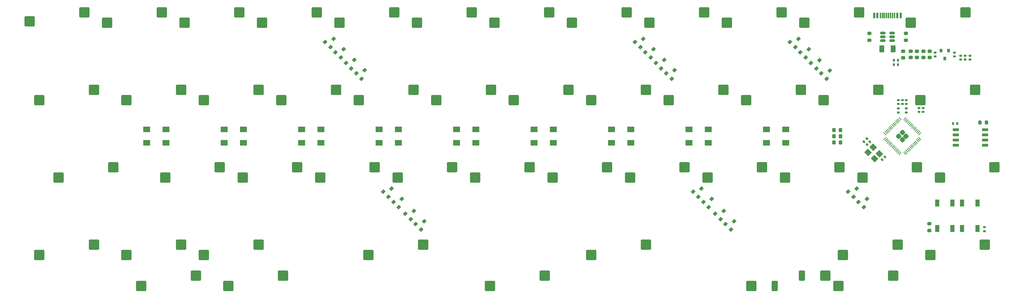
<source format=gbp>
%TF.GenerationSoftware,KiCad,Pcbnew,7.0.8*%
%TF.CreationDate,2023-10-22T18:59:45+02:00*%
%TF.ProjectId,Monorail_Steam_Reduced,4d6f6e6f-7261-4696-9c5f-537465616d5f,rev?*%
%TF.SameCoordinates,Original*%
%TF.FileFunction,Paste,Bot*%
%TF.FilePolarity,Positive*%
%FSLAX46Y46*%
G04 Gerber Fmt 4.6, Leading zero omitted, Abs format (unit mm)*
G04 Created by KiCad (PCBNEW 7.0.8) date 2023-10-22 18:59:45*
%MOMM*%
%LPD*%
G01*
G04 APERTURE LIST*
G04 Aperture macros list*
%AMRoundRect*
0 Rectangle with rounded corners*
0 $1 Rounding radius*
0 $2 $3 $4 $5 $6 $7 $8 $9 X,Y pos of 4 corners*
0 Add a 4 corners polygon primitive as box body*
4,1,4,$2,$3,$4,$5,$6,$7,$8,$9,$2,$3,0*
0 Add four circle primitives for the rounded corners*
1,1,$1+$1,$2,$3*
1,1,$1+$1,$4,$5*
1,1,$1+$1,$6,$7*
1,1,$1+$1,$8,$9*
0 Add four rect primitives between the rounded corners*
20,1,$1+$1,$2,$3,$4,$5,0*
20,1,$1+$1,$4,$5,$6,$7,0*
20,1,$1+$1,$6,$7,$8,$9,0*
20,1,$1+$1,$8,$9,$2,$3,0*%
%AMRotRect*
0 Rectangle, with rotation*
0 The origin of the aperture is its center*
0 $1 length*
0 $2 width*
0 $3 Rotation angle, in degrees counterclockwise*
0 Add horizontal line*
21,1,$1,$2,0,0,$3*%
G04 Aperture macros list end*
%ADD10R,0.600000X1.450000*%
%ADD11R,0.300000X1.450000*%
%ADD12RoundRect,0.250000X1.025000X1.000000X-1.025000X1.000000X-1.025000X-1.000000X1.025000X-1.000000X0*%
%ADD13RoundRect,0.140000X0.170000X-0.140000X0.170000X0.140000X-0.170000X0.140000X-0.170000X-0.140000X0*%
%ADD14RoundRect,0.225000X0.250000X-0.225000X0.250000X0.225000X-0.250000X0.225000X-0.250000X-0.225000X0*%
%ADD15R,1.000000X1.700000*%
%ADD16RoundRect,0.225000X0.225000X0.250000X-0.225000X0.250000X-0.225000X-0.250000X0.225000X-0.250000X0*%
%ADD17RoundRect,0.150000X0.512500X0.150000X-0.512500X0.150000X-0.512500X-0.150000X0.512500X-0.150000X0*%
%ADD18RoundRect,0.250000X0.413257X0.000000X0.000000X0.413257X-0.413257X0.000000X0.000000X-0.413257X0*%
%ADD19RoundRect,0.050000X0.309359X-0.238649X-0.238649X0.309359X-0.309359X0.238649X0.238649X-0.309359X0*%
%ADD20RoundRect,0.050000X0.309359X0.238649X0.238649X0.309359X-0.309359X-0.238649X-0.238649X-0.309359X0*%
%ADD21RoundRect,0.250000X-1.025000X-1.000000X1.025000X-1.000000X1.025000X1.000000X-1.025000X1.000000X0*%
%ADD22RotRect,0.900000X0.800000X45.000000*%
%ADD23RoundRect,0.250000X0.375000X0.625000X-0.375000X0.625000X-0.375000X-0.625000X0.375000X-0.625000X0*%
%ADD24RoundRect,0.140000X-0.170000X0.140000X-0.170000X-0.140000X0.170000X-0.140000X0.170000X0.140000X0*%
%ADD25R,1.800000X1.400000*%
%ADD26RoundRect,0.150000X0.650000X0.150000X-0.650000X0.150000X-0.650000X-0.150000X0.650000X-0.150000X0*%
%ADD27R,0.800000X0.900000*%
%ADD28RoundRect,0.150000X-0.600000X-1.100000X0.600000X-1.100000X0.600000X1.100000X-0.600000X1.100000X0*%
%ADD29RoundRect,0.135000X0.135000X0.185000X-0.135000X0.185000X-0.135000X-0.185000X0.135000X-0.185000X0*%
%ADD30RoundRect,0.200000X-0.275000X0.200000X-0.275000X-0.200000X0.275000X-0.200000X0.275000X0.200000X0*%
%ADD31RoundRect,0.140000X0.021213X-0.219203X0.219203X-0.021213X-0.021213X0.219203X-0.219203X0.021213X0*%
%ADD32RoundRect,0.135000X0.035355X-0.226274X0.226274X-0.035355X-0.035355X0.226274X-0.226274X0.035355X0*%
%ADD33RotRect,1.400000X1.200000X315.000000*%
%ADD34RoundRect,0.135000X-0.185000X0.135000X-0.185000X-0.135000X0.185000X-0.135000X0.185000X0.135000X0*%
%ADD35RoundRect,0.140000X-0.140000X-0.170000X0.140000X-0.170000X0.140000X0.170000X-0.140000X0.170000X0*%
%ADD36RoundRect,0.200000X0.200000X0.275000X-0.200000X0.275000X-0.200000X-0.275000X0.200000X-0.275000X0*%
G04 APERTURE END LIST*
D10*
%TO.C,J6*%
X239222750Y-68772800D03*
X240022750Y-68772800D03*
D11*
X241222750Y-68772800D03*
X242222750Y-68772800D03*
X242722750Y-68772800D03*
X243722750Y-68772800D03*
D10*
X244922750Y-68772800D03*
X245722750Y-68772800D03*
X245722750Y-68772800D03*
X244922750Y-68772800D03*
D11*
X244222750Y-68772800D03*
X243222750Y-68772800D03*
X241722750Y-68772800D03*
X240722750Y-68772800D03*
D10*
X240022750Y-68772800D03*
X239222750Y-68772800D03*
%TD*%
D12*
%TO.C,MX27*%
X188696250Y-89535000D03*
X202146250Y-86995000D03*
%TD*%
%TO.C,MX58*%
X169646250Y-127635000D03*
X183096250Y-125095000D03*
%TD*%
D13*
%TO.C,C21*%
X262763000Y-79588600D03*
X262763000Y-78628600D03*
%TD*%
D12*
%TO.C,MX19*%
X33915000Y-89535000D03*
X47365000Y-86995000D03*
%TD*%
D14*
%TO.C,C15*%
X252850650Y-79108600D03*
X252850650Y-77558600D03*
%TD*%
D13*
%TO.C,C23*%
X261594600Y-79588600D03*
X261594600Y-78628600D03*
%TD*%
D12*
%TO.C,MX20*%
X55346250Y-89535000D03*
X68796250Y-86995000D03*
%TD*%
D15*
%TO.C,SWR1*%
X258490800Y-121183800D03*
X258490800Y-114883800D03*
X254690800Y-121183800D03*
X254690800Y-114883800D03*
%TD*%
D13*
%TO.C,C1*%
X254196850Y-78813600D03*
X254196850Y-77853600D03*
%TD*%
D16*
%TO.C,C18*%
X230899000Y-99949000D03*
X229349000Y-99949000D03*
%TD*%
D17*
%TO.C,U1*%
X243617750Y-73025000D03*
X243617750Y-73975000D03*
X243617750Y-74925000D03*
X241342750Y-74925000D03*
X241342750Y-73975000D03*
X241342750Y-73025000D03*
%TD*%
D18*
%TO.C,U3*%
X246157750Y-99326561D03*
X247059311Y-98425000D03*
X245256189Y-98425000D03*
X246157750Y-97523439D03*
D19*
X250426907Y-99017202D03*
X250144064Y-99300045D03*
X249861222Y-99582887D03*
X249578379Y-99865730D03*
X249295536Y-100148573D03*
X249012694Y-100431415D03*
X248729851Y-100714258D03*
X248447008Y-100997101D03*
X248164165Y-101279944D03*
X247881323Y-101562786D03*
X247598480Y-101845629D03*
X247315637Y-102128472D03*
X247032795Y-102411314D03*
X246749952Y-102694157D03*
D20*
X245565548Y-102694157D03*
X245282705Y-102411314D03*
X244999863Y-102128472D03*
X244717020Y-101845629D03*
X244434177Y-101562786D03*
X244151335Y-101279944D03*
X243868492Y-100997101D03*
X243585649Y-100714258D03*
X243302806Y-100431415D03*
X243019964Y-100148573D03*
X242737121Y-99865730D03*
X242454278Y-99582887D03*
X242171436Y-99300045D03*
X241888593Y-99017202D03*
D19*
X241888593Y-97832798D03*
X242171436Y-97549955D03*
X242454278Y-97267113D03*
X242737121Y-96984270D03*
X243019964Y-96701427D03*
X243302806Y-96418585D03*
X243585649Y-96135742D03*
X243868492Y-95852899D03*
X244151335Y-95570056D03*
X244434177Y-95287214D03*
X244717020Y-95004371D03*
X244999863Y-94721528D03*
X245282705Y-94438686D03*
X245565548Y-94155843D03*
D20*
X246749952Y-94155843D03*
X247032795Y-94438686D03*
X247315637Y-94721528D03*
X247598480Y-95004371D03*
X247881323Y-95287214D03*
X248164165Y-95570056D03*
X248447008Y-95852899D03*
X248729851Y-96135742D03*
X249012694Y-96418585D03*
X249295536Y-96701427D03*
X249578379Y-96984270D03*
X249861222Y-97267113D03*
X250144064Y-97549955D03*
X250426907Y-97832798D03*
%TD*%
D12*
%TO.C,MX29*%
X226796250Y-89535000D03*
X240246250Y-86995000D03*
%TD*%
%TO.C,MX41*%
X236321250Y-108585000D03*
X249771250Y-106045000D03*
%TD*%
%TO.C,MX33*%
X83921250Y-108585000D03*
X97371250Y-106045000D03*
%TD*%
D21*
%TO.C,MX1*%
X243897500Y-132715000D03*
X230447500Y-135255000D03*
%TD*%
D22*
%TO.C,D19*%
X125288245Y-118879258D03*
X123944742Y-117535755D03*
X126030707Y-116793293D03*
%TD*%
D12*
%TO.C,MX28*%
X207746250Y-89535000D03*
X221196250Y-86995000D03*
%TD*%
D23*
%TO.C,F1*%
X243880250Y-76911200D03*
X241080250Y-76911200D03*
%TD*%
D24*
%TO.C,C5*%
X246157750Y-89563000D03*
X246157750Y-90523000D03*
%TD*%
D13*
%TO.C,C2*%
X258921250Y-78813600D03*
X258921250Y-77853600D03*
%TD*%
D22*
%TO.C,D13*%
X186857845Y-81744458D03*
X185514342Y-80400955D03*
X187600307Y-79658493D03*
%TD*%
D25*
%TO.C,D66*%
X98406250Y-100075000D03*
X98406250Y-96775000D03*
X103206250Y-96775000D03*
X103206250Y-100075000D03*
%TD*%
%TO.C,D60*%
X193656250Y-100075000D03*
X193656250Y-96775000D03*
X198456250Y-96775000D03*
X198456250Y-100075000D03*
%TD*%
D22*
%TO.C,D18*%
X227548645Y-84335258D03*
X226205142Y-82991755D03*
X228291107Y-82249293D03*
%TD*%
D26*
%TO.C,U4*%
X266470950Y-96850200D03*
X266470950Y-98120200D03*
X266470950Y-99390200D03*
X266470950Y-100660200D03*
X259270950Y-100660200D03*
X259270950Y-99390200D03*
X259270950Y-98120200D03*
X259270950Y-96850200D03*
%TD*%
D15*
%TO.C,SWR2*%
X260831250Y-114883800D03*
X260831250Y-121183800D03*
X264631250Y-114883800D03*
X264631250Y-121183800D03*
%TD*%
D14*
%TO.C,C16*%
X248202450Y-79108600D03*
X248202450Y-77558600D03*
%TD*%
D25*
%TO.C,D61*%
X174606250Y-100056000D03*
X174606250Y-96756000D03*
X179406250Y-96756000D03*
X179406250Y-100056000D03*
%TD*%
D12*
%TO.C,MX34*%
X102971250Y-108585000D03*
X116421250Y-106045000D03*
%TD*%
D22*
%TO.C,D1*%
X108041645Y-79102858D03*
X106698142Y-77759355D03*
X108784107Y-77016893D03*
%TD*%
D12*
%TO.C,MX45*%
X114877500Y-127635000D03*
X128327500Y-125095000D03*
%TD*%
%TO.C,MX13*%
X145833750Y-70485000D03*
X159283750Y-67945000D03*
%TD*%
D22*
%TO.C,D7*%
X110657845Y-81744458D03*
X109314342Y-80400955D03*
X111400307Y-79658493D03*
%TD*%
D13*
%TO.C,C25*%
X251231400Y-92453400D03*
X251231400Y-91493400D03*
%TD*%
%TO.C,C26*%
X250215400Y-92453400D03*
X250215400Y-91493400D03*
%TD*%
D27*
%TO.C,U2*%
X255634450Y-77333600D03*
X257534450Y-77333600D03*
X256584450Y-79333600D03*
%TD*%
D22*
%TO.C,D10*%
X119801845Y-113392858D03*
X118458342Y-112049355D03*
X120544307Y-111306893D03*
%TD*%
D13*
%TO.C,C3*%
X247142000Y-92580400D03*
X247142000Y-91620400D03*
%TD*%
D28*
%TO.C,MX49*%
X221466250Y-132715000D03*
D21*
X209016250Y-135255000D03*
%TD*%
D25*
%TO.C,D59*%
X212706250Y-100075000D03*
X212706250Y-96775000D03*
X217506250Y-96775000D03*
X217506250Y-100075000D03*
%TD*%
D12*
%TO.C,MX46*%
X33915000Y-127635000D03*
X47365000Y-125095000D03*
%TD*%
%TO.C,MX9*%
X69633750Y-70485000D03*
X83083750Y-67945000D03*
%TD*%
D22*
%TO.C,D17*%
X236692645Y-115932858D03*
X235349142Y-114589355D03*
X237435107Y-113846893D03*
%TD*%
D12*
%TO.C,MX38*%
X179171250Y-108585000D03*
X192621250Y-106045000D03*
%TD*%
D22*
%TO.C,D4*%
X181701645Y-76562858D03*
X180358142Y-75219355D03*
X182444107Y-74476893D03*
%TD*%
D12*
%TO.C,MX26*%
X169646250Y-89535000D03*
X183096250Y-86995000D03*
%TD*%
D29*
%TO.C,R7*%
X245086600Y-79781400D03*
X244066600Y-79781400D03*
%TD*%
%TO.C,R6*%
X245086600Y-80822800D03*
X244066600Y-80822800D03*
%TD*%
D25*
%TO.C,D63*%
X136506250Y-100068600D03*
X136506250Y-96768600D03*
X141306250Y-96768600D03*
X141306250Y-100068600D03*
%TD*%
D22*
%TO.C,D20*%
X127828245Y-121419258D03*
X126484742Y-120075755D03*
X128570707Y-119333293D03*
%TD*%
D12*
%TO.C,MX15*%
X183933750Y-70485000D03*
X197383750Y-67945000D03*
%TD*%
D24*
%TO.C,C8*%
X245186200Y-89563000D03*
X245186200Y-90523000D03*
%TD*%
D22*
%TO.C,D22*%
X201488245Y-118879258D03*
X200144742Y-117535755D03*
X202230707Y-116793293D03*
%TD*%
D14*
%TO.C,C17*%
X251301250Y-79108600D03*
X251301250Y-77558600D03*
%TD*%
D12*
%TO.C,MX16*%
X202983750Y-70485000D03*
X216433750Y-67945000D03*
%TD*%
D22*
%TO.C,D9*%
X122341845Y-115932858D03*
X120998342Y-114589355D03*
X123084307Y-113846893D03*
%TD*%
D12*
%TO.C,MX21*%
X74396250Y-89535000D03*
X87846250Y-86995000D03*
%TD*%
D25*
%TO.C,D67*%
X117456250Y-100068600D03*
X117456250Y-96768600D03*
X122256250Y-96768600D03*
X122256250Y-100068600D03*
%TD*%
D12*
%TO.C,MX52*%
X55346250Y-127635000D03*
X68796250Y-125095000D03*
%TD*%
D22*
%TO.C,D15*%
X225008645Y-81795258D03*
X223665142Y-80451755D03*
X225751107Y-79709293D03*
%TD*%
D12*
%TO.C,MX37*%
X160121250Y-108585000D03*
X173571250Y-106045000D03*
%TD*%
%TO.C,MX30*%
X250608750Y-89535000D03*
X264058750Y-86995000D03*
%TD*%
D30*
%TO.C,R5*%
X252799850Y-119977400D03*
X252799850Y-121627400D03*
%TD*%
D12*
%TO.C,MX22*%
X93446250Y-89535000D03*
X106896250Y-86995000D03*
%TD*%
%TO.C,MX12*%
X126783750Y-70485000D03*
X140233750Y-67945000D03*
%TD*%
D22*
%TO.C,D5*%
X219827045Y-76562858D03*
X218483542Y-75219355D03*
X220569507Y-74476893D03*
%TD*%
%TO.C,D11*%
X198541845Y-115932858D03*
X197198342Y-114589355D03*
X199284307Y-113846893D03*
%TD*%
D12*
%TO.C,MX7*%
X31533750Y-70185000D03*
X44983750Y-67945000D03*
%TD*%
D25*
%TO.C,D65*%
X79356250Y-100075000D03*
X79356250Y-96775000D03*
X84156250Y-96775000D03*
X84156250Y-100075000D03*
%TD*%
D22*
%TO.C,D14*%
X189423245Y-84284458D03*
X188079742Y-82940955D03*
X190165707Y-82198493D03*
%TD*%
%TO.C,D3*%
X184241645Y-79102858D03*
X182898142Y-77759355D03*
X184984107Y-77016893D03*
%TD*%
%TO.C,D2*%
X105533395Y-76562858D03*
X104189892Y-75219355D03*
X106275857Y-74476893D03*
%TD*%
D31*
%TO.C,C27*%
X241195424Y-104206246D03*
X241874246Y-103527424D03*
%TD*%
D12*
%TO.C,MX42*%
X255371250Y-108585000D03*
X268821250Y-106045000D03*
%TD*%
D16*
%TO.C,C13*%
X230899000Y-98425000D03*
X229349000Y-98425000D03*
%TD*%
D21*
%TO.C,MX43*%
X158172500Y-132715000D03*
X144722500Y-135255000D03*
%TD*%
D12*
%TO.C,MX32*%
X64871250Y-108585000D03*
X78321250Y-106045000D03*
%TD*%
D32*
%TO.C,R12*%
X236697576Y-99776224D03*
X237418824Y-99054976D03*
%TD*%
D12*
%TO.C,MX11*%
X107733750Y-70485000D03*
X121183750Y-67945000D03*
%TD*%
D33*
%TO.C,Y1*%
X238937800Y-101193600D03*
X240493435Y-102749235D03*
X239291354Y-103951316D03*
X237735719Y-102395681D03*
%TD*%
D21*
%TO.C,MX54*%
X227228750Y-132715000D03*
D28*
X214778750Y-135255000D03*
%TD*%
D12*
%TO.C,MX57*%
X231558750Y-127635000D03*
X245008750Y-125095000D03*
%TD*%
D34*
%TO.C,R14*%
X266338050Y-120825800D03*
X266338050Y-121845800D03*
%TD*%
D12*
%TO.C,MX23*%
X112496250Y-89535000D03*
X125946250Y-86995000D03*
%TD*%
D14*
%TO.C,C19*%
X249751850Y-79108600D03*
X249751850Y-77558600D03*
%TD*%
D30*
%TO.C,R4*%
X247046750Y-73150000D03*
X247046750Y-74800000D03*
%TD*%
D12*
%TO.C,MX36*%
X141071250Y-108585000D03*
X154521250Y-106045000D03*
%TD*%
%TO.C,MX31*%
X38677500Y-108585000D03*
X52127500Y-106045000D03*
%TD*%
D25*
%TO.C,D62*%
X155556250Y-100068600D03*
X155556250Y-96768600D03*
X160356250Y-96768600D03*
X160356250Y-100068600D03*
%TD*%
D13*
%TO.C,C22*%
X260477000Y-79588600D03*
X260477000Y-78628600D03*
%TD*%
D12*
%TO.C,MX8*%
X50583750Y-70485000D03*
X64033750Y-67945000D03*
%TD*%
D35*
%TO.C,C28*%
X258650800Y-95326200D03*
X259610800Y-95326200D03*
%TD*%
D25*
%TO.C,D64*%
X60306250Y-100075000D03*
X60306250Y-96775000D03*
X65106250Y-96775000D03*
X65106250Y-100075000D03*
%TD*%
D24*
%TO.C,C7*%
X247142000Y-89563000D03*
X247142000Y-90523000D03*
%TD*%
D12*
%TO.C,MX35*%
X122021250Y-108585000D03*
X135471250Y-106045000D03*
%TD*%
D16*
%TO.C,C14*%
X230899000Y-96901000D03*
X229349000Y-96901000D03*
%TD*%
D14*
%TO.C,C20*%
X246329200Y-79121000D03*
X246329200Y-77571000D03*
%TD*%
D30*
%TO.C,R2*%
X238029750Y-73150000D03*
X238029750Y-74800000D03*
%TD*%
D12*
%TO.C,MX18*%
X248227500Y-70485000D03*
X261677500Y-67945000D03*
%TD*%
%TO.C,MX24*%
X131546250Y-89535000D03*
X144996250Y-86995000D03*
%TD*%
D22*
%TO.C,D8*%
X113197845Y-84284458D03*
X111854342Y-82940955D03*
X113940307Y-82198493D03*
%TD*%
D21*
%TO.C,MX2*%
X72447500Y-132715000D03*
X58997500Y-135255000D03*
%TD*%
%TO.C,MX53*%
X93878750Y-132715000D03*
X80428750Y-135255000D03*
%TD*%
D12*
%TO.C,MX48*%
X252990000Y-127635000D03*
X266440000Y-125095000D03*
%TD*%
%TO.C,MX25*%
X150596250Y-89535000D03*
X164046250Y-86995000D03*
%TD*%
%TO.C,MX47*%
X74396250Y-127635000D03*
X87846250Y-125095000D03*
%TD*%
D13*
%TO.C,C4*%
X245186200Y-92580400D03*
X245186200Y-91620400D03*
%TD*%
D31*
%TO.C,C6*%
X237455389Y-100466211D03*
X238134211Y-99787389D03*
%TD*%
D22*
%TO.C,D12*%
X196001845Y-113392858D03*
X194658342Y-112049355D03*
X196744307Y-111306893D03*
%TD*%
%TO.C,D16*%
X234152645Y-113392858D03*
X232809142Y-112049355D03*
X234895107Y-111306893D03*
%TD*%
D12*
%TO.C,MX17*%
X222033750Y-70485000D03*
X235483750Y-67945000D03*
%TD*%
D36*
%TO.C,R13*%
X266839200Y-95072200D03*
X265189200Y-95072200D03*
%TD*%
D12*
%TO.C,MX10*%
X88683750Y-70485000D03*
X102133750Y-67945000D03*
%TD*%
%TO.C,MX40*%
X217271250Y-108585000D03*
X230721250Y-106045000D03*
%TD*%
D22*
%TO.C,D6*%
X222367045Y-79102858D03*
X221023542Y-77759355D03*
X223109507Y-77016893D03*
%TD*%
D12*
%TO.C,MX14*%
X164883750Y-70485000D03*
X178333750Y-67945000D03*
%TD*%
%TO.C,MX39*%
X198221250Y-108585000D03*
X211671250Y-106045000D03*
%TD*%
D22*
%TO.C,D21*%
X204028245Y-121419258D03*
X202684742Y-120075755D03*
X204770707Y-119333293D03*
%TD*%
M02*

</source>
